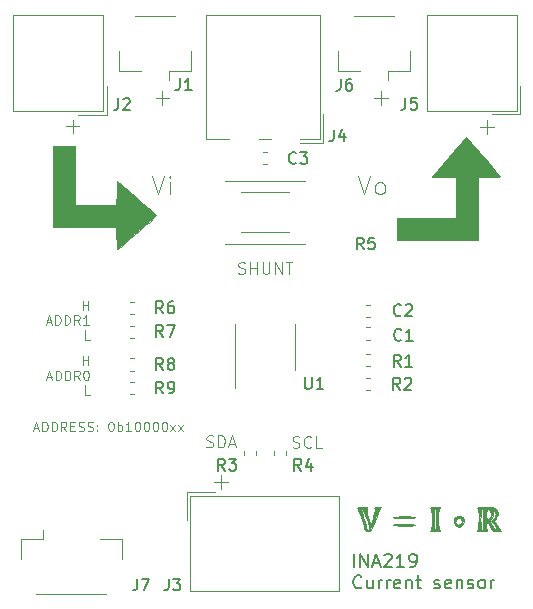
<source format=gbr>
%TF.GenerationSoftware,KiCad,Pcbnew,(5.1.7)-1*%
%TF.CreationDate,2020-12-07T14:23:08+09:00*%
%TF.ProjectId,CurrentMeasure,43757272-656e-4744-9d65-61737572652e,rev?*%
%TF.SameCoordinates,Original*%
%TF.FileFunction,Legend,Top*%
%TF.FilePolarity,Positive*%
%FSLAX46Y46*%
G04 Gerber Fmt 4.6, Leading zero omitted, Abs format (unit mm)*
G04 Created by KiCad (PCBNEW (5.1.7)-1) date 2020-12-07 14:23:08*
%MOMM*%
%LPD*%
G01*
G04 APERTURE LIST*
%ADD10C,0.100000*%
%ADD11C,0.180000*%
%ADD12C,0.050000*%
%ADD13C,0.120000*%
%ADD14C,0.010000*%
%ADD15C,0.150000*%
G04 APERTURE END LIST*
D10*
X551692857Y-54028571D02*
X552192857Y-55528571D01*
X552692857Y-54028571D01*
X553192857Y-55528571D02*
X553192857Y-54528571D01*
X553192857Y-54028571D02*
X553121428Y-54100000D01*
X553192857Y-54171428D01*
X553264285Y-54100000D01*
X553192857Y-54028571D01*
X553192857Y-54171428D01*
X569171428Y-54078571D02*
X569671428Y-55578571D01*
X570171428Y-54078571D01*
X570885714Y-55578571D02*
X570742857Y-55507142D01*
X570671428Y-55435714D01*
X570600000Y-55292857D01*
X570600000Y-54864285D01*
X570671428Y-54721428D01*
X570742857Y-54650000D01*
X570885714Y-54578571D01*
X571100000Y-54578571D01*
X571242857Y-54650000D01*
X571314285Y-54721428D01*
X571385714Y-54864285D01*
X571385714Y-55292857D01*
X571314285Y-55435714D01*
X571242857Y-55507142D01*
X571100000Y-55578571D01*
X570885714Y-55578571D01*
X559011904Y-62279761D02*
X559154761Y-62327380D01*
X559392857Y-62327380D01*
X559488095Y-62279761D01*
X559535714Y-62232142D01*
X559583333Y-62136904D01*
X559583333Y-62041666D01*
X559535714Y-61946428D01*
X559488095Y-61898809D01*
X559392857Y-61851190D01*
X559202380Y-61803571D01*
X559107142Y-61755952D01*
X559059523Y-61708333D01*
X559011904Y-61613095D01*
X559011904Y-61517857D01*
X559059523Y-61422619D01*
X559107142Y-61375000D01*
X559202380Y-61327380D01*
X559440476Y-61327380D01*
X559583333Y-61375000D01*
X560011904Y-62327380D02*
X560011904Y-61327380D01*
X560011904Y-61803571D02*
X560583333Y-61803571D01*
X560583333Y-62327380D02*
X560583333Y-61327380D01*
X561059523Y-61327380D02*
X561059523Y-62136904D01*
X561107142Y-62232142D01*
X561154761Y-62279761D01*
X561250000Y-62327380D01*
X561440476Y-62327380D01*
X561535714Y-62279761D01*
X561583333Y-62232142D01*
X561630952Y-62136904D01*
X561630952Y-61327380D01*
X562107142Y-62327380D02*
X562107142Y-61327380D01*
X562678571Y-62327380D01*
X562678571Y-61327380D01*
X563011904Y-61327380D02*
X563583333Y-61327380D01*
X563297619Y-62327380D02*
X563297619Y-61327380D01*
D11*
X568803904Y-87132619D02*
X568803904Y-86032619D01*
X569327714Y-87132619D02*
X569327714Y-86032619D01*
X569956285Y-87132619D01*
X569956285Y-86032619D01*
X570427714Y-86818333D02*
X570951523Y-86818333D01*
X570322952Y-87132619D02*
X570689619Y-86032619D01*
X571056285Y-87132619D01*
X571370571Y-86137380D02*
X571422952Y-86085000D01*
X571527714Y-86032619D01*
X571789619Y-86032619D01*
X571894380Y-86085000D01*
X571946761Y-86137380D01*
X571999142Y-86242142D01*
X571999142Y-86346904D01*
X571946761Y-86504047D01*
X571318190Y-87132619D01*
X571999142Y-87132619D01*
X573046761Y-87132619D02*
X572418190Y-87132619D01*
X572732476Y-87132619D02*
X572732476Y-86032619D01*
X572627714Y-86189761D01*
X572522952Y-86294523D01*
X572418190Y-86346904D01*
X573570571Y-87132619D02*
X573780095Y-87132619D01*
X573884857Y-87080238D01*
X573937238Y-87027857D01*
X574042000Y-86870714D01*
X574094380Y-86661190D01*
X574094380Y-86242142D01*
X574042000Y-86137380D01*
X573989619Y-86085000D01*
X573884857Y-86032619D01*
X573675333Y-86032619D01*
X573570571Y-86085000D01*
X573518190Y-86137380D01*
X573465809Y-86242142D01*
X573465809Y-86504047D01*
X573518190Y-86608809D01*
X573570571Y-86661190D01*
X573675333Y-86713571D01*
X573884857Y-86713571D01*
X573989619Y-86661190D01*
X574042000Y-86608809D01*
X574094380Y-86504047D01*
X569432476Y-88857857D02*
X569380095Y-88910238D01*
X569222952Y-88962619D01*
X569118190Y-88962619D01*
X568961047Y-88910238D01*
X568856285Y-88805476D01*
X568803904Y-88700714D01*
X568751523Y-88491190D01*
X568751523Y-88334047D01*
X568803904Y-88124523D01*
X568856285Y-88019761D01*
X568961047Y-87915000D01*
X569118190Y-87862619D01*
X569222952Y-87862619D01*
X569380095Y-87915000D01*
X569432476Y-87967380D01*
X570375333Y-88229285D02*
X570375333Y-88962619D01*
X569903904Y-88229285D02*
X569903904Y-88805476D01*
X569956285Y-88910238D01*
X570061047Y-88962619D01*
X570218190Y-88962619D01*
X570322952Y-88910238D01*
X570375333Y-88857857D01*
X570899142Y-88962619D02*
X570899142Y-88229285D01*
X570899142Y-88438809D02*
X570951523Y-88334047D01*
X571003904Y-88281666D01*
X571108666Y-88229285D01*
X571213428Y-88229285D01*
X571580095Y-88962619D02*
X571580095Y-88229285D01*
X571580095Y-88438809D02*
X571632476Y-88334047D01*
X571684857Y-88281666D01*
X571789619Y-88229285D01*
X571894380Y-88229285D01*
X572680095Y-88910238D02*
X572575333Y-88962619D01*
X572365809Y-88962619D01*
X572261047Y-88910238D01*
X572208666Y-88805476D01*
X572208666Y-88386428D01*
X572261047Y-88281666D01*
X572365809Y-88229285D01*
X572575333Y-88229285D01*
X572680095Y-88281666D01*
X572732476Y-88386428D01*
X572732476Y-88491190D01*
X572208666Y-88595952D01*
X573203904Y-88229285D02*
X573203904Y-88962619D01*
X573203904Y-88334047D02*
X573256285Y-88281666D01*
X573361047Y-88229285D01*
X573518190Y-88229285D01*
X573622952Y-88281666D01*
X573675333Y-88386428D01*
X573675333Y-88962619D01*
X574042000Y-88229285D02*
X574461047Y-88229285D01*
X574199142Y-87862619D02*
X574199142Y-88805476D01*
X574251523Y-88910238D01*
X574356285Y-88962619D01*
X574461047Y-88962619D01*
X575613428Y-88910238D02*
X575718190Y-88962619D01*
X575927714Y-88962619D01*
X576032476Y-88910238D01*
X576084857Y-88805476D01*
X576084857Y-88753095D01*
X576032476Y-88648333D01*
X575927714Y-88595952D01*
X575770571Y-88595952D01*
X575665809Y-88543571D01*
X575613428Y-88438809D01*
X575613428Y-88386428D01*
X575665809Y-88281666D01*
X575770571Y-88229285D01*
X575927714Y-88229285D01*
X576032476Y-88281666D01*
X576975333Y-88910238D02*
X576870571Y-88962619D01*
X576661047Y-88962619D01*
X576556285Y-88910238D01*
X576503904Y-88805476D01*
X576503904Y-88386428D01*
X576556285Y-88281666D01*
X576661047Y-88229285D01*
X576870571Y-88229285D01*
X576975333Y-88281666D01*
X577027714Y-88386428D01*
X577027714Y-88491190D01*
X576503904Y-88595952D01*
X577499142Y-88229285D02*
X577499142Y-88962619D01*
X577499142Y-88334047D02*
X577551523Y-88281666D01*
X577656285Y-88229285D01*
X577813428Y-88229285D01*
X577918190Y-88281666D01*
X577970571Y-88386428D01*
X577970571Y-88962619D01*
X578442000Y-88910238D02*
X578546761Y-88962619D01*
X578756285Y-88962619D01*
X578861047Y-88910238D01*
X578913428Y-88805476D01*
X578913428Y-88753095D01*
X578861047Y-88648333D01*
X578756285Y-88595952D01*
X578599142Y-88595952D01*
X578494380Y-88543571D01*
X578442000Y-88438809D01*
X578442000Y-88386428D01*
X578494380Y-88281666D01*
X578599142Y-88229285D01*
X578756285Y-88229285D01*
X578861047Y-88281666D01*
X579542000Y-88962619D02*
X579437238Y-88910238D01*
X579384857Y-88857857D01*
X579332476Y-88753095D01*
X579332476Y-88438809D01*
X579384857Y-88334047D01*
X579437238Y-88281666D01*
X579542000Y-88229285D01*
X579699142Y-88229285D01*
X579803904Y-88281666D01*
X579856285Y-88334047D01*
X579908666Y-88438809D01*
X579908666Y-88753095D01*
X579856285Y-88857857D01*
X579803904Y-88910238D01*
X579699142Y-88962619D01*
X579542000Y-88962619D01*
X580380095Y-88962619D02*
X580380095Y-88229285D01*
X580380095Y-88438809D02*
X580432476Y-88334047D01*
X580484857Y-88281666D01*
X580589619Y-88229285D01*
X580694380Y-88229285D01*
D10*
X556978571Y-79957142D02*
X558121428Y-79957142D01*
X557550000Y-80528571D02*
X557550000Y-79385714D01*
D12*
X541670238Y-75408333D02*
X542051190Y-75408333D01*
X541594047Y-75636904D02*
X541860714Y-74836904D01*
X542127380Y-75636904D01*
X542394047Y-75636904D02*
X542394047Y-74836904D01*
X542584523Y-74836904D01*
X542698809Y-74875000D01*
X542775000Y-74951190D01*
X542813095Y-75027380D01*
X542851190Y-75179761D01*
X542851190Y-75294047D01*
X542813095Y-75446428D01*
X542775000Y-75522619D01*
X542698809Y-75598809D01*
X542584523Y-75636904D01*
X542394047Y-75636904D01*
X543194047Y-75636904D02*
X543194047Y-74836904D01*
X543384523Y-74836904D01*
X543498809Y-74875000D01*
X543575000Y-74951190D01*
X543613095Y-75027380D01*
X543651190Y-75179761D01*
X543651190Y-75294047D01*
X543613095Y-75446428D01*
X543575000Y-75522619D01*
X543498809Y-75598809D01*
X543384523Y-75636904D01*
X543194047Y-75636904D01*
X544451190Y-75636904D02*
X544184523Y-75255952D01*
X543994047Y-75636904D02*
X543994047Y-74836904D01*
X544298809Y-74836904D01*
X544375000Y-74875000D01*
X544413095Y-74913095D01*
X544451190Y-74989285D01*
X544451190Y-75103571D01*
X544413095Y-75179761D01*
X544375000Y-75217857D01*
X544298809Y-75255952D01*
X543994047Y-75255952D01*
X544794047Y-75217857D02*
X545060714Y-75217857D01*
X545175000Y-75636904D02*
X544794047Y-75636904D01*
X544794047Y-74836904D01*
X545175000Y-74836904D01*
X545479761Y-75598809D02*
X545594047Y-75636904D01*
X545784523Y-75636904D01*
X545860714Y-75598809D01*
X545898809Y-75560714D01*
X545936904Y-75484523D01*
X545936904Y-75408333D01*
X545898809Y-75332142D01*
X545860714Y-75294047D01*
X545784523Y-75255952D01*
X545632142Y-75217857D01*
X545555952Y-75179761D01*
X545517857Y-75141666D01*
X545479761Y-75065476D01*
X545479761Y-74989285D01*
X545517857Y-74913095D01*
X545555952Y-74875000D01*
X545632142Y-74836904D01*
X545822619Y-74836904D01*
X545936904Y-74875000D01*
X546241666Y-75598809D02*
X546355952Y-75636904D01*
X546546428Y-75636904D01*
X546622619Y-75598809D01*
X546660714Y-75560714D01*
X546698809Y-75484523D01*
X546698809Y-75408333D01*
X546660714Y-75332142D01*
X546622619Y-75294047D01*
X546546428Y-75255952D01*
X546394047Y-75217857D01*
X546317857Y-75179761D01*
X546279761Y-75141666D01*
X546241666Y-75065476D01*
X546241666Y-74989285D01*
X546279761Y-74913095D01*
X546317857Y-74875000D01*
X546394047Y-74836904D01*
X546584523Y-74836904D01*
X546698809Y-74875000D01*
X547041666Y-75560714D02*
X547079761Y-75598809D01*
X547041666Y-75636904D01*
X547003571Y-75598809D01*
X547041666Y-75560714D01*
X547041666Y-75636904D01*
X547041666Y-75141666D02*
X547079761Y-75179761D01*
X547041666Y-75217857D01*
X547003571Y-75179761D01*
X547041666Y-75141666D01*
X547041666Y-75217857D01*
X548184523Y-74836904D02*
X548260714Y-74836904D01*
X548336904Y-74875000D01*
X548375000Y-74913095D01*
X548413095Y-74989285D01*
X548451190Y-75141666D01*
X548451190Y-75332142D01*
X548413095Y-75484523D01*
X548375000Y-75560714D01*
X548336904Y-75598809D01*
X548260714Y-75636904D01*
X548184523Y-75636904D01*
X548108333Y-75598809D01*
X548070238Y-75560714D01*
X548032142Y-75484523D01*
X547994047Y-75332142D01*
X547994047Y-75141666D01*
X548032142Y-74989285D01*
X548070238Y-74913095D01*
X548108333Y-74875000D01*
X548184523Y-74836904D01*
X548794047Y-75636904D02*
X548794047Y-74836904D01*
X548794047Y-75141666D02*
X548870238Y-75103571D01*
X549022619Y-75103571D01*
X549098809Y-75141666D01*
X549136904Y-75179761D01*
X549175000Y-75255952D01*
X549175000Y-75484523D01*
X549136904Y-75560714D01*
X549098809Y-75598809D01*
X549022619Y-75636904D01*
X548870238Y-75636904D01*
X548794047Y-75598809D01*
X549936904Y-75636904D02*
X549479761Y-75636904D01*
X549708333Y-75636904D02*
X549708333Y-74836904D01*
X549632142Y-74951190D01*
X549555952Y-75027380D01*
X549479761Y-75065476D01*
X550432142Y-74836904D02*
X550508333Y-74836904D01*
X550584523Y-74875000D01*
X550622619Y-74913095D01*
X550660714Y-74989285D01*
X550698809Y-75141666D01*
X550698809Y-75332142D01*
X550660714Y-75484523D01*
X550622619Y-75560714D01*
X550584523Y-75598809D01*
X550508333Y-75636904D01*
X550432142Y-75636904D01*
X550355952Y-75598809D01*
X550317857Y-75560714D01*
X550279761Y-75484523D01*
X550241666Y-75332142D01*
X550241666Y-75141666D01*
X550279761Y-74989285D01*
X550317857Y-74913095D01*
X550355952Y-74875000D01*
X550432142Y-74836904D01*
X551194047Y-74836904D02*
X551270238Y-74836904D01*
X551346428Y-74875000D01*
X551384523Y-74913095D01*
X551422619Y-74989285D01*
X551460714Y-75141666D01*
X551460714Y-75332142D01*
X551422619Y-75484523D01*
X551384523Y-75560714D01*
X551346428Y-75598809D01*
X551270238Y-75636904D01*
X551194047Y-75636904D01*
X551117857Y-75598809D01*
X551079761Y-75560714D01*
X551041666Y-75484523D01*
X551003571Y-75332142D01*
X551003571Y-75141666D01*
X551041666Y-74989285D01*
X551079761Y-74913095D01*
X551117857Y-74875000D01*
X551194047Y-74836904D01*
X551955952Y-74836904D02*
X552032142Y-74836904D01*
X552108333Y-74875000D01*
X552146428Y-74913095D01*
X552184523Y-74989285D01*
X552222619Y-75141666D01*
X552222619Y-75332142D01*
X552184523Y-75484523D01*
X552146428Y-75560714D01*
X552108333Y-75598809D01*
X552032142Y-75636904D01*
X551955952Y-75636904D01*
X551879761Y-75598809D01*
X551841666Y-75560714D01*
X551803571Y-75484523D01*
X551765476Y-75332142D01*
X551765476Y-75141666D01*
X551803571Y-74989285D01*
X551841666Y-74913095D01*
X551879761Y-74875000D01*
X551955952Y-74836904D01*
X552717857Y-74836904D02*
X552794047Y-74836904D01*
X552870238Y-74875000D01*
X552908333Y-74913095D01*
X552946428Y-74989285D01*
X552984523Y-75141666D01*
X552984523Y-75332142D01*
X552946428Y-75484523D01*
X552908333Y-75560714D01*
X552870238Y-75598809D01*
X552794047Y-75636904D01*
X552717857Y-75636904D01*
X552641666Y-75598809D01*
X552603571Y-75560714D01*
X552565476Y-75484523D01*
X552527380Y-75332142D01*
X552527380Y-75141666D01*
X552565476Y-74989285D01*
X552603571Y-74913095D01*
X552641666Y-74875000D01*
X552717857Y-74836904D01*
X553251190Y-75636904D02*
X553670238Y-75103571D01*
X553251190Y-75103571D02*
X553670238Y-75636904D01*
X553898809Y-75636904D02*
X554317857Y-75103571D01*
X553898809Y-75103571D02*
X554317857Y-75636904D01*
X545859880Y-70061904D02*
X545859880Y-69261904D01*
X545859880Y-69642857D02*
X546317023Y-69642857D01*
X546317023Y-70061904D02*
X546317023Y-69261904D01*
X542812261Y-71083333D02*
X543193214Y-71083333D01*
X542736071Y-71311904D02*
X543002738Y-70511904D01*
X543269404Y-71311904D01*
X543536071Y-71311904D02*
X543536071Y-70511904D01*
X543726547Y-70511904D01*
X543840833Y-70550000D01*
X543917023Y-70626190D01*
X543955119Y-70702380D01*
X543993214Y-70854761D01*
X543993214Y-70969047D01*
X543955119Y-71121428D01*
X543917023Y-71197619D01*
X543840833Y-71273809D01*
X543726547Y-71311904D01*
X543536071Y-71311904D01*
X544336071Y-71311904D02*
X544336071Y-70511904D01*
X544526547Y-70511904D01*
X544640833Y-70550000D01*
X544717023Y-70626190D01*
X544755119Y-70702380D01*
X544793214Y-70854761D01*
X544793214Y-70969047D01*
X544755119Y-71121428D01*
X544717023Y-71197619D01*
X544640833Y-71273809D01*
X544526547Y-71311904D01*
X544336071Y-71311904D01*
X545593214Y-71311904D02*
X545326547Y-70930952D01*
X545136071Y-71311904D02*
X545136071Y-70511904D01*
X545440833Y-70511904D01*
X545517023Y-70550000D01*
X545555119Y-70588095D01*
X545593214Y-70664285D01*
X545593214Y-70778571D01*
X545555119Y-70854761D01*
X545517023Y-70892857D01*
X545440833Y-70930952D01*
X545136071Y-70930952D01*
X546088452Y-70511904D02*
X546164642Y-70511904D01*
X546240833Y-70550000D01*
X546278928Y-70588095D01*
X546317023Y-70664285D01*
X546355119Y-70816666D01*
X546355119Y-71007142D01*
X546317023Y-71159523D01*
X546278928Y-71235714D01*
X546240833Y-71273809D01*
X546164642Y-71311904D01*
X546088452Y-71311904D01*
X546012261Y-71273809D01*
X545974166Y-71235714D01*
X545936071Y-71159523D01*
X545897976Y-71007142D01*
X545897976Y-70816666D01*
X545936071Y-70664285D01*
X545974166Y-70588095D01*
X546012261Y-70550000D01*
X546088452Y-70511904D01*
X546431309Y-72561904D02*
X546050357Y-72561904D01*
X546050357Y-71761904D01*
X545839880Y-65381904D02*
X545839880Y-64581904D01*
X545839880Y-64962857D02*
X546297023Y-64962857D01*
X546297023Y-65381904D02*
X546297023Y-64581904D01*
X542792261Y-66403333D02*
X543173214Y-66403333D01*
X542716071Y-66631904D02*
X542982738Y-65831904D01*
X543249404Y-66631904D01*
X543516071Y-66631904D02*
X543516071Y-65831904D01*
X543706547Y-65831904D01*
X543820833Y-65870000D01*
X543897023Y-65946190D01*
X543935119Y-66022380D01*
X543973214Y-66174761D01*
X543973214Y-66289047D01*
X543935119Y-66441428D01*
X543897023Y-66517619D01*
X543820833Y-66593809D01*
X543706547Y-66631904D01*
X543516071Y-66631904D01*
X544316071Y-66631904D02*
X544316071Y-65831904D01*
X544506547Y-65831904D01*
X544620833Y-65870000D01*
X544697023Y-65946190D01*
X544735119Y-66022380D01*
X544773214Y-66174761D01*
X544773214Y-66289047D01*
X544735119Y-66441428D01*
X544697023Y-66517619D01*
X544620833Y-66593809D01*
X544506547Y-66631904D01*
X544316071Y-66631904D01*
X545573214Y-66631904D02*
X545306547Y-66250952D01*
X545116071Y-66631904D02*
X545116071Y-65831904D01*
X545420833Y-65831904D01*
X545497023Y-65870000D01*
X545535119Y-65908095D01*
X545573214Y-65984285D01*
X545573214Y-66098571D01*
X545535119Y-66174761D01*
X545497023Y-66212857D01*
X545420833Y-66250952D01*
X545116071Y-66250952D01*
X546335119Y-66631904D02*
X545877976Y-66631904D01*
X546106547Y-66631904D02*
X546106547Y-65831904D01*
X546030357Y-65946190D01*
X545954166Y-66022380D01*
X545877976Y-66060476D01*
X546411309Y-67881904D02*
X546030357Y-67881904D01*
X546030357Y-67081904D01*
D10*
X556310714Y-76954761D02*
X556453571Y-77002380D01*
X556691666Y-77002380D01*
X556786904Y-76954761D01*
X556834523Y-76907142D01*
X556882142Y-76811904D01*
X556882142Y-76716666D01*
X556834523Y-76621428D01*
X556786904Y-76573809D01*
X556691666Y-76526190D01*
X556501190Y-76478571D01*
X556405952Y-76430952D01*
X556358333Y-76383333D01*
X556310714Y-76288095D01*
X556310714Y-76192857D01*
X556358333Y-76097619D01*
X556405952Y-76050000D01*
X556501190Y-76002380D01*
X556739285Y-76002380D01*
X556882142Y-76050000D01*
X557310714Y-77002380D02*
X557310714Y-76002380D01*
X557548809Y-76002380D01*
X557691666Y-76050000D01*
X557786904Y-76145238D01*
X557834523Y-76240476D01*
X557882142Y-76430952D01*
X557882142Y-76573809D01*
X557834523Y-76764285D01*
X557786904Y-76859523D01*
X557691666Y-76954761D01*
X557548809Y-77002380D01*
X557310714Y-77002380D01*
X558263095Y-76716666D02*
X558739285Y-76716666D01*
X558167857Y-77002380D02*
X558501190Y-76002380D01*
X558834523Y-77002380D01*
X563609523Y-77004761D02*
X563752380Y-77052380D01*
X563990476Y-77052380D01*
X564085714Y-77004761D01*
X564133333Y-76957142D01*
X564180952Y-76861904D01*
X564180952Y-76766666D01*
X564133333Y-76671428D01*
X564085714Y-76623809D01*
X563990476Y-76576190D01*
X563800000Y-76528571D01*
X563704761Y-76480952D01*
X563657142Y-76433333D01*
X563609523Y-76338095D01*
X563609523Y-76242857D01*
X563657142Y-76147619D01*
X563704761Y-76100000D01*
X563800000Y-76052380D01*
X564038095Y-76052380D01*
X564180952Y-76100000D01*
X565180952Y-76957142D02*
X565133333Y-77004761D01*
X564990476Y-77052380D01*
X564895238Y-77052380D01*
X564752380Y-77004761D01*
X564657142Y-76909523D01*
X564609523Y-76814285D01*
X564561904Y-76623809D01*
X564561904Y-76480952D01*
X564609523Y-76290476D01*
X564657142Y-76195238D01*
X564752380Y-76100000D01*
X564895238Y-76052380D01*
X564990476Y-76052380D01*
X565133333Y-76100000D01*
X565180952Y-76147619D01*
X566085714Y-77052380D02*
X565609523Y-77052380D01*
X565609523Y-76052380D01*
X570528571Y-47432142D02*
X571671428Y-47432142D01*
X571100000Y-48003571D02*
X571100000Y-46860714D01*
X579478571Y-49882142D02*
X580621428Y-49882142D01*
X580050000Y-50453571D02*
X580050000Y-49310714D01*
X544403571Y-49832142D02*
X545546428Y-49832142D01*
X544975000Y-50403571D02*
X544975000Y-49260714D01*
X552003571Y-47432142D02*
X553146428Y-47432142D01*
X552575000Y-48003571D02*
X552575000Y-46860714D01*
D13*
%TO.C,J3*%
X554640000Y-80790000D02*
X557050000Y-80790000D01*
X554640000Y-83200000D02*
X554640000Y-80790000D01*
X567560000Y-81090000D02*
X554940000Y-81090000D01*
X567560000Y-89210000D02*
X567560000Y-81090000D01*
X554940000Y-89210000D02*
X567560000Y-89210000D01*
X554940000Y-81090000D02*
X554940000Y-89210000D01*
%TO.C,J1*%
X554985000Y-43460000D02*
X554985000Y-45110000D01*
X554985000Y-45110000D02*
X553135000Y-45110000D01*
X553135000Y-45110000D02*
X553135000Y-45900000D01*
X548915000Y-43460000D02*
X548915000Y-45110000D01*
X548915000Y-45110000D02*
X550765000Y-45110000D01*
X553665000Y-40490000D02*
X550235000Y-40490000D01*
%TO.C,J6*%
X573535000Y-43460000D02*
X573535000Y-45110000D01*
X573535000Y-45110000D02*
X571685000Y-45110000D01*
X571685000Y-45110000D02*
X571685000Y-45900000D01*
X567465000Y-43460000D02*
X567465000Y-45110000D01*
X567465000Y-45110000D02*
X569315000Y-45110000D01*
X572215000Y-40490000D02*
X568785000Y-40490000D01*
%TO.C,J7*%
X540595000Y-86440000D02*
X540595000Y-84790000D01*
X540595000Y-84790000D02*
X542445000Y-84790000D01*
X542445000Y-84790000D02*
X542445000Y-84000000D01*
X549165000Y-86440000D02*
X549165000Y-84790000D01*
X549165000Y-84790000D02*
X547315000Y-84790000D01*
X541915000Y-89410000D02*
X547845000Y-89410000D01*
%TO.C,J4*%
X564260000Y-50910000D02*
X565910000Y-50910000D01*
X565910000Y-50910000D02*
X565910000Y-40390000D01*
X565910000Y-40390000D02*
X556290000Y-40390000D01*
X556290000Y-40390000D02*
X556290000Y-50910000D01*
X556290000Y-50910000D02*
X558240000Y-50910000D01*
X561740000Y-50910000D02*
X560760000Y-50910000D01*
X566210000Y-48800000D02*
X566210000Y-51210000D01*
X566210000Y-51210000D02*
X564260000Y-51210000D01*
%TO.C,C3*%
X561078733Y-53060000D02*
X561421267Y-53060000D01*
X561078733Y-52040000D02*
X561421267Y-52040000D01*
D14*
%TO.C,G\u002A\u002A\u002A*%
G36*
X573448348Y-82864116D02*
G01*
X573747248Y-82882854D01*
X573919718Y-82912046D01*
X573955000Y-82936875D01*
X573878912Y-82972193D01*
X573663428Y-82998184D01*
X573327718Y-83013182D01*
X573042187Y-83016250D01*
X572636026Y-83009633D01*
X572337126Y-82990895D01*
X572164656Y-82961703D01*
X572129375Y-82936875D01*
X572205462Y-82901556D01*
X572420946Y-82875565D01*
X572756656Y-82860567D01*
X573042187Y-82857500D01*
X573448348Y-82864116D01*
G37*
X573448348Y-82864116D02*
X573747248Y-82882854D01*
X573919718Y-82912046D01*
X573955000Y-82936875D01*
X573878912Y-82972193D01*
X573663428Y-82998184D01*
X573327718Y-83013182D01*
X573042187Y-83016250D01*
X572636026Y-83009633D01*
X572337126Y-82990895D01*
X572164656Y-82961703D01*
X572129375Y-82936875D01*
X572205462Y-82901556D01*
X572420946Y-82875565D01*
X572756656Y-82860567D01*
X573042187Y-82857500D01*
X573448348Y-82864116D01*
G36*
X573448348Y-83499116D02*
G01*
X573747248Y-83517854D01*
X573919718Y-83547046D01*
X573955000Y-83571875D01*
X573878912Y-83607193D01*
X573663428Y-83633184D01*
X573327718Y-83648182D01*
X573042187Y-83651250D01*
X572636026Y-83644633D01*
X572337126Y-83625895D01*
X572164656Y-83596703D01*
X572129375Y-83571875D01*
X572205462Y-83536556D01*
X572420946Y-83510565D01*
X572756656Y-83495567D01*
X573042187Y-83492500D01*
X573448348Y-83499116D01*
G37*
X573448348Y-83499116D02*
X573747248Y-83517854D01*
X573919718Y-83547046D01*
X573955000Y-83571875D01*
X573878912Y-83607193D01*
X573663428Y-83633184D01*
X573327718Y-83648182D01*
X573042187Y-83651250D01*
X572636026Y-83644633D01*
X572337126Y-83625895D01*
X572164656Y-83596703D01*
X572129375Y-83571875D01*
X572205462Y-83536556D01*
X572420946Y-83510565D01*
X572756656Y-83495567D01*
X573042187Y-83492500D01*
X573448348Y-83499116D01*
G36*
X577811577Y-82801397D02*
G01*
X577997799Y-82929938D01*
X578100454Y-83154895D01*
X578108958Y-83254375D01*
X578047039Y-83501630D01*
X577889741Y-83667448D01*
X577679750Y-83733432D01*
X577459751Y-83681184D01*
X577340739Y-83585468D01*
X577226643Y-83359520D01*
X577227581Y-83323119D01*
X577386567Y-83323119D01*
X577450664Y-83456625D01*
X577613814Y-83564473D01*
X577785084Y-83514653D01*
X577828500Y-83476625D01*
X577918048Y-83290970D01*
X577871164Y-83093882D01*
X577798034Y-83010728D01*
X577640116Y-82954199D01*
X577497662Y-83014681D01*
X577402528Y-83151284D01*
X577386567Y-83323119D01*
X577227581Y-83323119D01*
X577233044Y-83111304D01*
X577354531Y-82909489D01*
X577583313Y-82788253D01*
X577811577Y-82801397D01*
G37*
X577811577Y-82801397D02*
X577997799Y-82929938D01*
X578100454Y-83154895D01*
X578108958Y-83254375D01*
X578047039Y-83501630D01*
X577889741Y-83667448D01*
X577679750Y-83733432D01*
X577459751Y-83681184D01*
X577340739Y-83585468D01*
X577226643Y-83359520D01*
X577227581Y-83323119D01*
X577386567Y-83323119D01*
X577450664Y-83456625D01*
X577613814Y-83564473D01*
X577785084Y-83514653D01*
X577828500Y-83476625D01*
X577918048Y-83290970D01*
X577871164Y-83093882D01*
X577798034Y-83010728D01*
X577640116Y-82954199D01*
X577497662Y-83014681D01*
X577402528Y-83151284D01*
X577386567Y-83323119D01*
X577227581Y-83323119D01*
X577233044Y-83111304D01*
X577354531Y-82909489D01*
X577583313Y-82788253D01*
X577811577Y-82801397D01*
G36*
X580248301Y-82067255D02*
G01*
X580481181Y-82083243D01*
X580633628Y-82119922D01*
X580744769Y-82185503D01*
X580824545Y-82258579D01*
X580983929Y-82481352D01*
X580996560Y-82702752D01*
X580862229Y-82950471D01*
X580818888Y-83004209D01*
X580707750Y-83163373D01*
X580675568Y-83269191D01*
X580685288Y-83283811D01*
X580760523Y-83369244D01*
X580886590Y-83547994D01*
X581001558Y-83726324D01*
X581250942Y-84127500D01*
X580904610Y-84127500D01*
X580715516Y-84120554D01*
X580587705Y-84079002D01*
X580479519Y-83971772D01*
X580349301Y-83767791D01*
X580292733Y-83671093D01*
X580028409Y-83216787D01*
X580294296Y-83216787D01*
X580340000Y-83350761D01*
X580454143Y-83574245D01*
X580612330Y-83824372D01*
X580753361Y-83954585D01*
X580802923Y-83968082D01*
X580892516Y-83957727D01*
X580892880Y-83897479D01*
X580808113Y-83750468D01*
X580659443Y-83534046D01*
X580525215Y-83364855D01*
X580430564Y-83242030D01*
X580447001Y-83162396D01*
X580579556Y-83065369D01*
X580727129Y-82898489D01*
X580785943Y-82683550D01*
X580762046Y-82467822D01*
X580661487Y-82298575D01*
X580490318Y-82223080D01*
X580471687Y-82222499D01*
X580396869Y-82244749D01*
X580447875Y-82317750D01*
X580529918Y-82495772D01*
X580533350Y-82733588D01*
X580463643Y-82956338D01*
X580394612Y-83046673D01*
X580314233Y-83130783D01*
X580294296Y-83216787D01*
X580028409Y-83216787D01*
X580027187Y-83214687D01*
X580002493Y-83557897D01*
X580007729Y-83796763D01*
X580050709Y-83978847D01*
X580071743Y-84014303D01*
X580100926Y-84075972D01*
X580042207Y-84110519D01*
X579869495Y-84125185D01*
X579663844Y-84127500D01*
X579392149Y-84121084D01*
X579257588Y-84098522D01*
X579238937Y-84054843D01*
X579257250Y-84032250D01*
X579307280Y-83895825D01*
X579339201Y-83609384D01*
X579352222Y-83180713D01*
X579352500Y-83095625D01*
X579511250Y-83095625D01*
X579514650Y-83486447D01*
X579527140Y-83743781D01*
X579552151Y-83892788D01*
X579593113Y-83958630D01*
X579630312Y-83968750D01*
X579683606Y-83943810D01*
X579718697Y-83852216D01*
X579739016Y-83668806D01*
X579747995Y-83368420D01*
X579749375Y-83095625D01*
X579745974Y-82704802D01*
X579743754Y-82659062D01*
X579987500Y-82659062D01*
X580008857Y-82948862D01*
X580074849Y-83088760D01*
X580188353Y-83082010D01*
X580289125Y-83000375D01*
X580379247Y-82824195D01*
X580384956Y-82605350D01*
X580319983Y-82397664D01*
X580198058Y-82254959D01*
X580090687Y-82222500D01*
X580024819Y-82283924D01*
X579992380Y-82478099D01*
X579987500Y-82659062D01*
X579743754Y-82659062D01*
X579733484Y-82447468D01*
X579708473Y-82298461D01*
X579667511Y-82232619D01*
X579630312Y-82222500D01*
X579577018Y-82247439D01*
X579541927Y-82339033D01*
X579521608Y-82522443D01*
X579512629Y-82822829D01*
X579511250Y-83095625D01*
X579352500Y-83095625D01*
X579342719Y-82643910D01*
X579313906Y-82333122D01*
X579266851Y-82171048D01*
X579257250Y-82159000D01*
X579245264Y-82113126D01*
X579332672Y-82083904D01*
X579539007Y-82068417D01*
X579883807Y-82063753D01*
X579895857Y-82063750D01*
X580248301Y-82067255D01*
G37*
X580248301Y-82067255D02*
X580481181Y-82083243D01*
X580633628Y-82119922D01*
X580744769Y-82185503D01*
X580824545Y-82258579D01*
X580983929Y-82481352D01*
X580996560Y-82702752D01*
X580862229Y-82950471D01*
X580818888Y-83004209D01*
X580707750Y-83163373D01*
X580675568Y-83269191D01*
X580685288Y-83283811D01*
X580760523Y-83369244D01*
X580886590Y-83547994D01*
X581001558Y-83726324D01*
X581250942Y-84127500D01*
X580904610Y-84127500D01*
X580715516Y-84120554D01*
X580587705Y-84079002D01*
X580479519Y-83971772D01*
X580349301Y-83767791D01*
X580292733Y-83671093D01*
X580028409Y-83216787D01*
X580294296Y-83216787D01*
X580340000Y-83350761D01*
X580454143Y-83574245D01*
X580612330Y-83824372D01*
X580753361Y-83954585D01*
X580802923Y-83968082D01*
X580892516Y-83957727D01*
X580892880Y-83897479D01*
X580808113Y-83750468D01*
X580659443Y-83534046D01*
X580525215Y-83364855D01*
X580430564Y-83242030D01*
X580447001Y-83162396D01*
X580579556Y-83065369D01*
X580727129Y-82898489D01*
X580785943Y-82683550D01*
X580762046Y-82467822D01*
X580661487Y-82298575D01*
X580490318Y-82223080D01*
X580471687Y-82222499D01*
X580396869Y-82244749D01*
X580447875Y-82317750D01*
X580529918Y-82495772D01*
X580533350Y-82733588D01*
X580463643Y-82956338D01*
X580394612Y-83046673D01*
X580314233Y-83130783D01*
X580294296Y-83216787D01*
X580028409Y-83216787D01*
X580027187Y-83214687D01*
X580002493Y-83557897D01*
X580007729Y-83796763D01*
X580050709Y-83978847D01*
X580071743Y-84014303D01*
X580100926Y-84075972D01*
X580042207Y-84110519D01*
X579869495Y-84125185D01*
X579663844Y-84127500D01*
X579392149Y-84121084D01*
X579257588Y-84098522D01*
X579238937Y-84054843D01*
X579257250Y-84032250D01*
X579307280Y-83895825D01*
X579339201Y-83609384D01*
X579352222Y-83180713D01*
X579352500Y-83095625D01*
X579511250Y-83095625D01*
X579514650Y-83486447D01*
X579527140Y-83743781D01*
X579552151Y-83892788D01*
X579593113Y-83958630D01*
X579630312Y-83968750D01*
X579683606Y-83943810D01*
X579718697Y-83852216D01*
X579739016Y-83668806D01*
X579747995Y-83368420D01*
X579749375Y-83095625D01*
X579745974Y-82704802D01*
X579743754Y-82659062D01*
X579987500Y-82659062D01*
X580008857Y-82948862D01*
X580074849Y-83088760D01*
X580188353Y-83082010D01*
X580289125Y-83000375D01*
X580379247Y-82824195D01*
X580384956Y-82605350D01*
X580319983Y-82397664D01*
X580198058Y-82254959D01*
X580090687Y-82222500D01*
X580024819Y-82283924D01*
X579992380Y-82478099D01*
X579987500Y-82659062D01*
X579743754Y-82659062D01*
X579733484Y-82447468D01*
X579708473Y-82298461D01*
X579667511Y-82232619D01*
X579630312Y-82222500D01*
X579577018Y-82247439D01*
X579541927Y-82339033D01*
X579521608Y-82522443D01*
X579512629Y-82822829D01*
X579511250Y-83095625D01*
X579352500Y-83095625D01*
X579342719Y-82643910D01*
X579313906Y-82333122D01*
X579266851Y-82171048D01*
X579257250Y-82159000D01*
X579245264Y-82113126D01*
X579332672Y-82083904D01*
X579539007Y-82068417D01*
X579883807Y-82063753D01*
X579895857Y-82063750D01*
X580248301Y-82067255D01*
G36*
X575975505Y-82073380D02*
G01*
X576103228Y-82094124D01*
X576104258Y-82131939D01*
X576078281Y-82149482D01*
X576015918Y-82206720D01*
X575975189Y-82311172D01*
X575951763Y-82492338D01*
X575941310Y-82779718D01*
X575939375Y-83095625D01*
X575942732Y-83486032D01*
X575955693Y-83747278D01*
X575982587Y-83908860D01*
X576027746Y-84000280D01*
X576078281Y-84041767D01*
X576117056Y-84086255D01*
X576034584Y-84112456D01*
X575814992Y-84123914D01*
X575705218Y-84125086D01*
X575429826Y-84120125D01*
X575291609Y-84098793D01*
X575269420Y-84056378D01*
X575288500Y-84032250D01*
X575333797Y-83907943D01*
X575365150Y-83667686D01*
X575382560Y-83353665D01*
X575385147Y-83095625D01*
X575542500Y-83095625D01*
X575545900Y-83486447D01*
X575558390Y-83743781D01*
X575583401Y-83892788D01*
X575624363Y-83958630D01*
X575661562Y-83968750D01*
X575714856Y-83943810D01*
X575749947Y-83852216D01*
X575770266Y-83668806D01*
X575779245Y-83368420D01*
X575780625Y-83095625D01*
X575777224Y-82704802D01*
X575764734Y-82447468D01*
X575739723Y-82298461D01*
X575698761Y-82232619D01*
X575661562Y-82222500D01*
X575608268Y-82247439D01*
X575573177Y-82339033D01*
X575552858Y-82522443D01*
X575543879Y-82822829D01*
X575542500Y-83095625D01*
X575385147Y-83095625D01*
X575386026Y-83008065D01*
X575375548Y-82673073D01*
X575351126Y-82390875D01*
X575312760Y-82203657D01*
X575288500Y-82159000D01*
X575269895Y-82106753D01*
X575358794Y-82077489D01*
X575576342Y-82066495D01*
X575705218Y-82066163D01*
X575975505Y-82073380D01*
G37*
X575975505Y-82073380D02*
X576103228Y-82094124D01*
X576104258Y-82131939D01*
X576078281Y-82149482D01*
X576015918Y-82206720D01*
X575975189Y-82311172D01*
X575951763Y-82492338D01*
X575941310Y-82779718D01*
X575939375Y-83095625D01*
X575942732Y-83486032D01*
X575955693Y-83747278D01*
X575982587Y-83908860D01*
X576027746Y-84000280D01*
X576078281Y-84041767D01*
X576117056Y-84086255D01*
X576034584Y-84112456D01*
X575814992Y-84123914D01*
X575705218Y-84125086D01*
X575429826Y-84120125D01*
X575291609Y-84098793D01*
X575269420Y-84056378D01*
X575288500Y-84032250D01*
X575333797Y-83907943D01*
X575365150Y-83667686D01*
X575382560Y-83353665D01*
X575385147Y-83095625D01*
X575542500Y-83095625D01*
X575545900Y-83486447D01*
X575558390Y-83743781D01*
X575583401Y-83892788D01*
X575624363Y-83958630D01*
X575661562Y-83968750D01*
X575714856Y-83943810D01*
X575749947Y-83852216D01*
X575770266Y-83668806D01*
X575779245Y-83368420D01*
X575780625Y-83095625D01*
X575777224Y-82704802D01*
X575764734Y-82447468D01*
X575739723Y-82298461D01*
X575698761Y-82232619D01*
X575661562Y-82222500D01*
X575608268Y-82247439D01*
X575573177Y-82339033D01*
X575552858Y-82522443D01*
X575543879Y-82822829D01*
X575542500Y-83095625D01*
X575385147Y-83095625D01*
X575386026Y-83008065D01*
X575375548Y-82673073D01*
X575351126Y-82390875D01*
X575312760Y-82203657D01*
X575288500Y-82159000D01*
X575269895Y-82106753D01*
X575358794Y-82077489D01*
X575576342Y-82066495D01*
X575705218Y-82066163D01*
X575975505Y-82073380D01*
G36*
X569782050Y-82068805D02*
G01*
X569913963Y-82089060D01*
X569939947Y-82132152D01*
X569911038Y-82177795D01*
X569870990Y-82272563D01*
X569875756Y-82430839D01*
X569928806Y-82685161D01*
X569989323Y-82912014D01*
X570072458Y-83202875D01*
X570140622Y-83427994D01*
X570182130Y-83549196D01*
X570187516Y-83559460D01*
X570220797Y-83502146D01*
X570288181Y-83325748D01*
X570377537Y-83063049D01*
X570418754Y-82934692D01*
X570520261Y-82589624D01*
X570566236Y-82362898D01*
X570561016Y-82225829D01*
X570533897Y-82173200D01*
X570503220Y-82105611D01*
X570577214Y-82074701D01*
X570782183Y-82069878D01*
X570790124Y-82070016D01*
X570976105Y-82081204D01*
X571053974Y-82102481D01*
X571041662Y-82115087D01*
X570991746Y-82162893D01*
X570923693Y-82281948D01*
X570830738Y-82488234D01*
X570706116Y-82797732D01*
X570543060Y-83226425D01*
X570349393Y-83750468D01*
X570255147Y-83977197D01*
X570164554Y-84089376D01*
X570039504Y-84125611D01*
X569977193Y-84127500D01*
X569799514Y-84097454D01*
X569709183Y-84028281D01*
X569674289Y-83912655D01*
X569608142Y-83682613D01*
X569521768Y-83376756D01*
X569465405Y-83175000D01*
X569363106Y-82829941D01*
X569261817Y-82526565D01*
X569181131Y-82320069D01*
X569428634Y-82320069D01*
X569454180Y-82477538D01*
X569522843Y-82744387D01*
X569604975Y-83031740D01*
X569705901Y-83372122D01*
X569792932Y-83655018D01*
X569855320Y-83846122D01*
X569879854Y-83909218D01*
X569973344Y-83969528D01*
X570051062Y-83905182D01*
X570064404Y-83829843D01*
X570037611Y-83636738D01*
X569969039Y-83367287D01*
X569872659Y-83060437D01*
X569762439Y-82755137D01*
X569652349Y-82490334D01*
X569556358Y-82304975D01*
X569493549Y-82238264D01*
X569442869Y-82248229D01*
X569428634Y-82320069D01*
X569181131Y-82320069D01*
X569176776Y-82308925D01*
X569142838Y-82242343D01*
X569087392Y-82144392D01*
X569097482Y-82091000D01*
X569201506Y-82068646D01*
X569427861Y-82063807D01*
X569517889Y-82063749D01*
X569782050Y-82068805D01*
G37*
X569782050Y-82068805D02*
X569913963Y-82089060D01*
X569939947Y-82132152D01*
X569911038Y-82177795D01*
X569870990Y-82272563D01*
X569875756Y-82430839D01*
X569928806Y-82685161D01*
X569989323Y-82912014D01*
X570072458Y-83202875D01*
X570140622Y-83427994D01*
X570182130Y-83549196D01*
X570187516Y-83559460D01*
X570220797Y-83502146D01*
X570288181Y-83325748D01*
X570377537Y-83063049D01*
X570418754Y-82934692D01*
X570520261Y-82589624D01*
X570566236Y-82362898D01*
X570561016Y-82225829D01*
X570533897Y-82173200D01*
X570503220Y-82105611D01*
X570577214Y-82074701D01*
X570782183Y-82069878D01*
X570790124Y-82070016D01*
X570976105Y-82081204D01*
X571053974Y-82102481D01*
X571041662Y-82115087D01*
X570991746Y-82162893D01*
X570923693Y-82281948D01*
X570830738Y-82488234D01*
X570706116Y-82797732D01*
X570543060Y-83226425D01*
X570349393Y-83750468D01*
X570255147Y-83977197D01*
X570164554Y-84089376D01*
X570039504Y-84125611D01*
X569977193Y-84127500D01*
X569799514Y-84097454D01*
X569709183Y-84028281D01*
X569674289Y-83912655D01*
X569608142Y-83682613D01*
X569521768Y-83376756D01*
X569465405Y-83175000D01*
X569363106Y-82829941D01*
X569261817Y-82526565D01*
X569181131Y-82320069D01*
X569428634Y-82320069D01*
X569454180Y-82477538D01*
X569522843Y-82744387D01*
X569604975Y-83031740D01*
X569705901Y-83372122D01*
X569792932Y-83655018D01*
X569855320Y-83846122D01*
X569879854Y-83909218D01*
X569973344Y-83969528D01*
X570051062Y-83905182D01*
X570064404Y-83829843D01*
X570037611Y-83636738D01*
X569969039Y-83367287D01*
X569872659Y-83060437D01*
X569762439Y-82755137D01*
X569652349Y-82490334D01*
X569556358Y-82304975D01*
X569493549Y-82238264D01*
X569442869Y-82248229D01*
X569428634Y-82320069D01*
X569181131Y-82320069D01*
X569176776Y-82308925D01*
X569142838Y-82242343D01*
X569087392Y-82144392D01*
X569097482Y-82091000D01*
X569201506Y-82068646D01*
X569427861Y-82063807D01*
X569517889Y-82063749D01*
X569782050Y-82068805D01*
G36*
X578371986Y-50835524D02*
G01*
X578554391Y-51029998D01*
X578819163Y-51323294D01*
X579143440Y-51689042D01*
X579504360Y-52100873D01*
X579879062Y-52532418D01*
X580244684Y-52957309D01*
X580578364Y-53349175D01*
X580857240Y-53681648D01*
X581058451Y-53928358D01*
X581159135Y-54062937D01*
X581166406Y-54078388D01*
X581074378Y-54101775D01*
X580827020Y-54120127D01*
X580467425Y-54130957D01*
X580223828Y-54132812D01*
X579281250Y-54132812D01*
X579281250Y-59490625D01*
X572435156Y-59490625D01*
X572435156Y-57605468D01*
X577396094Y-57605468D01*
X577396094Y-54139754D01*
X576403146Y-54111478D01*
X575410198Y-54083203D01*
X576824826Y-52428154D01*
X577239512Y-51945513D01*
X577611227Y-51517688D01*
X577920702Y-51166461D01*
X578148673Y-50913614D01*
X578275871Y-50780929D01*
X578294810Y-50766240D01*
X578371986Y-50835524D01*
G37*
X578371986Y-50835524D02*
X578554391Y-51029998D01*
X578819163Y-51323294D01*
X579143440Y-51689042D01*
X579504360Y-52100873D01*
X579879062Y-52532418D01*
X580244684Y-52957309D01*
X580578364Y-53349175D01*
X580857240Y-53681648D01*
X581058451Y-53928358D01*
X581159135Y-54062937D01*
X581166406Y-54078388D01*
X581074378Y-54101775D01*
X580827020Y-54120127D01*
X580467425Y-54130957D01*
X580223828Y-54132812D01*
X579281250Y-54132812D01*
X579281250Y-59490625D01*
X572435156Y-59490625D01*
X572435156Y-57605468D01*
X577396094Y-57605468D01*
X577396094Y-54139754D01*
X576403146Y-54111478D01*
X575410198Y-54083203D01*
X576824826Y-52428154D01*
X577239512Y-51945513D01*
X577611227Y-51517688D01*
X577920702Y-51166461D01*
X578148673Y-50913614D01*
X578275871Y-50780929D01*
X578294810Y-50766240D01*
X578371986Y-50835524D01*
G36*
X551989476Y-57446986D02*
G01*
X551795002Y-57629391D01*
X551501706Y-57894163D01*
X551135958Y-58218440D01*
X550724127Y-58579360D01*
X550292582Y-58954062D01*
X549867691Y-59319684D01*
X549475825Y-59653364D01*
X549143352Y-59932240D01*
X548896642Y-60133451D01*
X548762063Y-60234135D01*
X548746612Y-60241406D01*
X548723225Y-60149378D01*
X548704873Y-59902020D01*
X548694043Y-59542425D01*
X548692188Y-59298828D01*
X548692188Y-58356250D01*
X543334375Y-58356250D01*
X543334375Y-51510156D01*
X545219532Y-51510156D01*
X545219532Y-56471094D01*
X548685246Y-56471094D01*
X548713522Y-55478146D01*
X548741797Y-54485198D01*
X550396846Y-55899826D01*
X550879487Y-56314512D01*
X551307312Y-56686227D01*
X551658539Y-56995702D01*
X551911386Y-57223673D01*
X552044071Y-57350871D01*
X552058760Y-57369810D01*
X551989476Y-57446986D01*
G37*
X551989476Y-57446986D02*
X551795002Y-57629391D01*
X551501706Y-57894163D01*
X551135958Y-58218440D01*
X550724127Y-58579360D01*
X550292582Y-58954062D01*
X549867691Y-59319684D01*
X549475825Y-59653364D01*
X549143352Y-59932240D01*
X548896642Y-60133451D01*
X548762063Y-60234135D01*
X548746612Y-60241406D01*
X548723225Y-60149378D01*
X548704873Y-59902020D01*
X548694043Y-59542425D01*
X548692188Y-59298828D01*
X548692188Y-58356250D01*
X543334375Y-58356250D01*
X543334375Y-51510156D01*
X545219532Y-51510156D01*
X545219532Y-56471094D01*
X548685246Y-56471094D01*
X548713522Y-55478146D01*
X548741797Y-54485198D01*
X550396846Y-55899826D01*
X550879487Y-56314512D01*
X551307312Y-56686227D01*
X551658539Y-56995702D01*
X551911386Y-57223673D01*
X552044071Y-57350871D01*
X552058760Y-57369810D01*
X551989476Y-57446986D01*
D13*
%TO.C,R5*%
X559197936Y-55390000D02*
X563302064Y-55390000D01*
X559197936Y-58810000D02*
X563302064Y-58810000D01*
%TO.C,R10*%
X557850000Y-54440000D02*
X564650000Y-54440000D01*
X557850000Y-59760000D02*
X564650000Y-59760000D01*
%TO.C,C2*%
X569803733Y-64940000D02*
X570146267Y-64940000D01*
X569803733Y-65960000D02*
X570146267Y-65960000D01*
%TO.C,R2*%
X570146267Y-71115000D02*
X569803733Y-71115000D01*
X570146267Y-72135000D02*
X569803733Y-72135000D01*
%TO.C,U1*%
X558690000Y-68500000D02*
X558690000Y-71950000D01*
X558690000Y-68500000D02*
X558690000Y-66550000D01*
X563810000Y-68500000D02*
X563810000Y-70450000D01*
X563810000Y-68500000D02*
X563810000Y-66550000D01*
%TO.C,R9*%
X550171267Y-71490000D02*
X549828733Y-71490000D01*
X550171267Y-72510000D02*
X549828733Y-72510000D01*
%TO.C,R8*%
X550171267Y-69490000D02*
X549828733Y-69490000D01*
X550171267Y-70510000D02*
X549828733Y-70510000D01*
%TO.C,R7*%
X550171267Y-66740000D02*
X549828733Y-66740000D01*
X550171267Y-67760000D02*
X549828733Y-67760000D01*
%TO.C,R6*%
X550171267Y-64740000D02*
X549828733Y-64740000D01*
X550171267Y-65760000D02*
X549828733Y-65760000D01*
%TO.C,R4*%
X563010000Y-77671267D02*
X563010000Y-77328733D01*
X561990000Y-77671267D02*
X561990000Y-77328733D01*
%TO.C,R3*%
X560510000Y-77671267D02*
X560510000Y-77328733D01*
X559490000Y-77671267D02*
X559490000Y-77328733D01*
%TO.C,R1*%
X570146267Y-69115000D02*
X569803733Y-69115000D01*
X570146267Y-70135000D02*
X569803733Y-70135000D01*
%TO.C,J5*%
X582860000Y-48810000D02*
X580450000Y-48810000D01*
X582860000Y-46400000D02*
X582860000Y-48810000D01*
X574940000Y-48510000D02*
X582560000Y-48510000D01*
X574940000Y-40390000D02*
X574940000Y-48510000D01*
X582560000Y-40390000D02*
X574940000Y-40390000D01*
X582560000Y-48510000D02*
X582560000Y-40390000D01*
%TO.C,J2*%
X547885000Y-48835000D02*
X545475000Y-48835000D01*
X547885000Y-46425000D02*
X547885000Y-48835000D01*
X539965000Y-48535000D02*
X547585000Y-48535000D01*
X539965000Y-40415000D02*
X539965000Y-48535000D01*
X547585000Y-40415000D02*
X539965000Y-40415000D01*
X547585000Y-48535000D02*
X547585000Y-40415000D01*
%TO.C,C1*%
X569803733Y-67885000D02*
X570146267Y-67885000D01*
X569803733Y-66865000D02*
X570146267Y-66865000D01*
%TO.C,J3*%
D15*
X553106666Y-88132380D02*
X553106666Y-88846666D01*
X553059047Y-88989523D01*
X552963809Y-89084761D01*
X552820952Y-89132380D01*
X552725714Y-89132380D01*
X553487619Y-88132380D02*
X554106666Y-88132380D01*
X553773333Y-88513333D01*
X553916190Y-88513333D01*
X554011428Y-88560952D01*
X554059047Y-88608571D01*
X554106666Y-88703809D01*
X554106666Y-88941904D01*
X554059047Y-89037142D01*
X554011428Y-89084761D01*
X553916190Y-89132380D01*
X553630476Y-89132380D01*
X553535238Y-89084761D01*
X553487619Y-89037142D01*
%TO.C,J1*%
X554066666Y-45777380D02*
X554066666Y-46491666D01*
X554019047Y-46634523D01*
X553923809Y-46729761D01*
X553780952Y-46777380D01*
X553685714Y-46777380D01*
X555066666Y-46777380D02*
X554495238Y-46777380D01*
X554780952Y-46777380D02*
X554780952Y-45777380D01*
X554685714Y-45920238D01*
X554590476Y-46015476D01*
X554495238Y-46063095D01*
%TO.C,J6*%
X567666666Y-45802380D02*
X567666666Y-46516666D01*
X567619047Y-46659523D01*
X567523809Y-46754761D01*
X567380952Y-46802380D01*
X567285714Y-46802380D01*
X568571428Y-45802380D02*
X568380952Y-45802380D01*
X568285714Y-45850000D01*
X568238095Y-45897619D01*
X568142857Y-46040476D01*
X568095238Y-46230952D01*
X568095238Y-46611904D01*
X568142857Y-46707142D01*
X568190476Y-46754761D01*
X568285714Y-46802380D01*
X568476190Y-46802380D01*
X568571428Y-46754761D01*
X568619047Y-46707142D01*
X568666666Y-46611904D01*
X568666666Y-46373809D01*
X568619047Y-46278571D01*
X568571428Y-46230952D01*
X568476190Y-46183333D01*
X568285714Y-46183333D01*
X568190476Y-46230952D01*
X568142857Y-46278571D01*
X568095238Y-46373809D01*
%TO.C,J7*%
X550436666Y-88132380D02*
X550436666Y-88846666D01*
X550389047Y-88989523D01*
X550293809Y-89084761D01*
X550150952Y-89132380D01*
X550055714Y-89132380D01*
X550817619Y-88132380D02*
X551484285Y-88132380D01*
X551055714Y-89132380D01*
%TO.C,J4*%
X567091666Y-50102380D02*
X567091666Y-50816666D01*
X567044047Y-50959523D01*
X566948809Y-51054761D01*
X566805952Y-51102380D01*
X566710714Y-51102380D01*
X567996428Y-50435714D02*
X567996428Y-51102380D01*
X567758333Y-50054761D02*
X567520238Y-50769047D01*
X568139285Y-50769047D01*
%TO.C,C3*%
X563908333Y-52907142D02*
X563860714Y-52954761D01*
X563717857Y-53002380D01*
X563622619Y-53002380D01*
X563479761Y-52954761D01*
X563384523Y-52859523D01*
X563336904Y-52764285D01*
X563289285Y-52573809D01*
X563289285Y-52430952D01*
X563336904Y-52240476D01*
X563384523Y-52145238D01*
X563479761Y-52050000D01*
X563622619Y-52002380D01*
X563717857Y-52002380D01*
X563860714Y-52050000D01*
X563908333Y-52097619D01*
X564241666Y-52002380D02*
X564860714Y-52002380D01*
X564527380Y-52383333D01*
X564670238Y-52383333D01*
X564765476Y-52430952D01*
X564813095Y-52478571D01*
X564860714Y-52573809D01*
X564860714Y-52811904D01*
X564813095Y-52907142D01*
X564765476Y-52954761D01*
X564670238Y-53002380D01*
X564384523Y-53002380D01*
X564289285Y-52954761D01*
X564241666Y-52907142D01*
%TO.C,R5*%
X569608333Y-60252380D02*
X569275000Y-59776190D01*
X569036904Y-60252380D02*
X569036904Y-59252380D01*
X569417857Y-59252380D01*
X569513095Y-59300000D01*
X569560714Y-59347619D01*
X569608333Y-59442857D01*
X569608333Y-59585714D01*
X569560714Y-59680952D01*
X569513095Y-59728571D01*
X569417857Y-59776190D01*
X569036904Y-59776190D01*
X570513095Y-59252380D02*
X570036904Y-59252380D01*
X569989285Y-59728571D01*
X570036904Y-59680952D01*
X570132142Y-59633333D01*
X570370238Y-59633333D01*
X570465476Y-59680952D01*
X570513095Y-59728571D01*
X570560714Y-59823809D01*
X570560714Y-60061904D01*
X570513095Y-60157142D01*
X570465476Y-60204761D01*
X570370238Y-60252380D01*
X570132142Y-60252380D01*
X570036904Y-60204761D01*
X569989285Y-60157142D01*
%TO.C,C2*%
X572783333Y-65807142D02*
X572735714Y-65854761D01*
X572592857Y-65902380D01*
X572497619Y-65902380D01*
X572354761Y-65854761D01*
X572259523Y-65759523D01*
X572211904Y-65664285D01*
X572164285Y-65473809D01*
X572164285Y-65330952D01*
X572211904Y-65140476D01*
X572259523Y-65045238D01*
X572354761Y-64950000D01*
X572497619Y-64902380D01*
X572592857Y-64902380D01*
X572735714Y-64950000D01*
X572783333Y-64997619D01*
X573164285Y-64997619D02*
X573211904Y-64950000D01*
X573307142Y-64902380D01*
X573545238Y-64902380D01*
X573640476Y-64950000D01*
X573688095Y-64997619D01*
X573735714Y-65092857D01*
X573735714Y-65188095D01*
X573688095Y-65330952D01*
X573116666Y-65902380D01*
X573735714Y-65902380D01*
%TO.C,R2*%
X572708333Y-72127380D02*
X572375000Y-71651190D01*
X572136904Y-72127380D02*
X572136904Y-71127380D01*
X572517857Y-71127380D01*
X572613095Y-71175000D01*
X572660714Y-71222619D01*
X572708333Y-71317857D01*
X572708333Y-71460714D01*
X572660714Y-71555952D01*
X572613095Y-71603571D01*
X572517857Y-71651190D01*
X572136904Y-71651190D01*
X573089285Y-71222619D02*
X573136904Y-71175000D01*
X573232142Y-71127380D01*
X573470238Y-71127380D01*
X573565476Y-71175000D01*
X573613095Y-71222619D01*
X573660714Y-71317857D01*
X573660714Y-71413095D01*
X573613095Y-71555952D01*
X573041666Y-72127380D01*
X573660714Y-72127380D01*
%TO.C,U1*%
X564638095Y-71052380D02*
X564638095Y-71861904D01*
X564685714Y-71957142D01*
X564733333Y-72004761D01*
X564828571Y-72052380D01*
X565019047Y-72052380D01*
X565114285Y-72004761D01*
X565161904Y-71957142D01*
X565209523Y-71861904D01*
X565209523Y-71052380D01*
X566209523Y-72052380D02*
X565638095Y-72052380D01*
X565923809Y-72052380D02*
X565923809Y-71052380D01*
X565828571Y-71195238D01*
X565733333Y-71290476D01*
X565638095Y-71338095D01*
%TO.C,R9*%
X552633333Y-72452380D02*
X552300000Y-71976190D01*
X552061904Y-72452380D02*
X552061904Y-71452380D01*
X552442857Y-71452380D01*
X552538095Y-71500000D01*
X552585714Y-71547619D01*
X552633333Y-71642857D01*
X552633333Y-71785714D01*
X552585714Y-71880952D01*
X552538095Y-71928571D01*
X552442857Y-71976190D01*
X552061904Y-71976190D01*
X553109523Y-72452380D02*
X553300000Y-72452380D01*
X553395238Y-72404761D01*
X553442857Y-72357142D01*
X553538095Y-72214285D01*
X553585714Y-72023809D01*
X553585714Y-71642857D01*
X553538095Y-71547619D01*
X553490476Y-71500000D01*
X553395238Y-71452380D01*
X553204761Y-71452380D01*
X553109523Y-71500000D01*
X553061904Y-71547619D01*
X553014285Y-71642857D01*
X553014285Y-71880952D01*
X553061904Y-71976190D01*
X553109523Y-72023809D01*
X553204761Y-72071428D01*
X553395238Y-72071428D01*
X553490476Y-72023809D01*
X553538095Y-71976190D01*
X553585714Y-71880952D01*
%TO.C,R8*%
X552633333Y-70452380D02*
X552300000Y-69976190D01*
X552061904Y-70452380D02*
X552061904Y-69452380D01*
X552442857Y-69452380D01*
X552538095Y-69500000D01*
X552585714Y-69547619D01*
X552633333Y-69642857D01*
X552633333Y-69785714D01*
X552585714Y-69880952D01*
X552538095Y-69928571D01*
X552442857Y-69976190D01*
X552061904Y-69976190D01*
X553204761Y-69880952D02*
X553109523Y-69833333D01*
X553061904Y-69785714D01*
X553014285Y-69690476D01*
X553014285Y-69642857D01*
X553061904Y-69547619D01*
X553109523Y-69500000D01*
X553204761Y-69452380D01*
X553395238Y-69452380D01*
X553490476Y-69500000D01*
X553538095Y-69547619D01*
X553585714Y-69642857D01*
X553585714Y-69690476D01*
X553538095Y-69785714D01*
X553490476Y-69833333D01*
X553395238Y-69880952D01*
X553204761Y-69880952D01*
X553109523Y-69928571D01*
X553061904Y-69976190D01*
X553014285Y-70071428D01*
X553014285Y-70261904D01*
X553061904Y-70357142D01*
X553109523Y-70404761D01*
X553204761Y-70452380D01*
X553395238Y-70452380D01*
X553490476Y-70404761D01*
X553538095Y-70357142D01*
X553585714Y-70261904D01*
X553585714Y-70071428D01*
X553538095Y-69976190D01*
X553490476Y-69928571D01*
X553395238Y-69880952D01*
%TO.C,R7*%
X552633333Y-67652380D02*
X552300000Y-67176190D01*
X552061904Y-67652380D02*
X552061904Y-66652380D01*
X552442857Y-66652380D01*
X552538095Y-66700000D01*
X552585714Y-66747619D01*
X552633333Y-66842857D01*
X552633333Y-66985714D01*
X552585714Y-67080952D01*
X552538095Y-67128571D01*
X552442857Y-67176190D01*
X552061904Y-67176190D01*
X552966666Y-66652380D02*
X553633333Y-66652380D01*
X553204761Y-67652380D01*
%TO.C,R6*%
X552633333Y-65652380D02*
X552300000Y-65176190D01*
X552061904Y-65652380D02*
X552061904Y-64652380D01*
X552442857Y-64652380D01*
X552538095Y-64700000D01*
X552585714Y-64747619D01*
X552633333Y-64842857D01*
X552633333Y-64985714D01*
X552585714Y-65080952D01*
X552538095Y-65128571D01*
X552442857Y-65176190D01*
X552061904Y-65176190D01*
X553490476Y-64652380D02*
X553300000Y-64652380D01*
X553204761Y-64700000D01*
X553157142Y-64747619D01*
X553061904Y-64890476D01*
X553014285Y-65080952D01*
X553014285Y-65461904D01*
X553061904Y-65557142D01*
X553109523Y-65604761D01*
X553204761Y-65652380D01*
X553395238Y-65652380D01*
X553490476Y-65604761D01*
X553538095Y-65557142D01*
X553585714Y-65461904D01*
X553585714Y-65223809D01*
X553538095Y-65128571D01*
X553490476Y-65080952D01*
X553395238Y-65033333D01*
X553204761Y-65033333D01*
X553109523Y-65080952D01*
X553061904Y-65128571D01*
X553014285Y-65223809D01*
%TO.C,R4*%
X564333333Y-78977380D02*
X564000000Y-78501190D01*
X563761904Y-78977380D02*
X563761904Y-77977380D01*
X564142857Y-77977380D01*
X564238095Y-78025000D01*
X564285714Y-78072619D01*
X564333333Y-78167857D01*
X564333333Y-78310714D01*
X564285714Y-78405952D01*
X564238095Y-78453571D01*
X564142857Y-78501190D01*
X563761904Y-78501190D01*
X565190476Y-78310714D02*
X565190476Y-78977380D01*
X564952380Y-77929761D02*
X564714285Y-78644047D01*
X565333333Y-78644047D01*
%TO.C,R3*%
X557883333Y-78977380D02*
X557550000Y-78501190D01*
X557311904Y-78977380D02*
X557311904Y-77977380D01*
X557692857Y-77977380D01*
X557788095Y-78025000D01*
X557835714Y-78072619D01*
X557883333Y-78167857D01*
X557883333Y-78310714D01*
X557835714Y-78405952D01*
X557788095Y-78453571D01*
X557692857Y-78501190D01*
X557311904Y-78501190D01*
X558216666Y-77977380D02*
X558835714Y-77977380D01*
X558502380Y-78358333D01*
X558645238Y-78358333D01*
X558740476Y-78405952D01*
X558788095Y-78453571D01*
X558835714Y-78548809D01*
X558835714Y-78786904D01*
X558788095Y-78882142D01*
X558740476Y-78929761D01*
X558645238Y-78977380D01*
X558359523Y-78977380D01*
X558264285Y-78929761D01*
X558216666Y-78882142D01*
%TO.C,R1*%
X572758333Y-70177380D02*
X572425000Y-69701190D01*
X572186904Y-70177380D02*
X572186904Y-69177380D01*
X572567857Y-69177380D01*
X572663095Y-69225000D01*
X572710714Y-69272619D01*
X572758333Y-69367857D01*
X572758333Y-69510714D01*
X572710714Y-69605952D01*
X572663095Y-69653571D01*
X572567857Y-69701190D01*
X572186904Y-69701190D01*
X573710714Y-70177380D02*
X573139285Y-70177380D01*
X573425000Y-70177380D02*
X573425000Y-69177380D01*
X573329761Y-69320238D01*
X573234523Y-69415476D01*
X573139285Y-69463095D01*
%TO.C,J5*%
X573156666Y-47412380D02*
X573156666Y-48126666D01*
X573109047Y-48269523D01*
X573013809Y-48364761D01*
X572870952Y-48412380D01*
X572775714Y-48412380D01*
X574109047Y-47412380D02*
X573632857Y-47412380D01*
X573585238Y-47888571D01*
X573632857Y-47840952D01*
X573728095Y-47793333D01*
X573966190Y-47793333D01*
X574061428Y-47840952D01*
X574109047Y-47888571D01*
X574156666Y-47983809D01*
X574156666Y-48221904D01*
X574109047Y-48317142D01*
X574061428Y-48364761D01*
X573966190Y-48412380D01*
X573728095Y-48412380D01*
X573632857Y-48364761D01*
X573585238Y-48317142D01*
%TO.C,J2*%
X548826666Y-47462380D02*
X548826666Y-48176666D01*
X548779047Y-48319523D01*
X548683809Y-48414761D01*
X548540952Y-48462380D01*
X548445714Y-48462380D01*
X549255238Y-47557619D02*
X549302857Y-47510000D01*
X549398095Y-47462380D01*
X549636190Y-47462380D01*
X549731428Y-47510000D01*
X549779047Y-47557619D01*
X549826666Y-47652857D01*
X549826666Y-47748095D01*
X549779047Y-47890952D01*
X549207619Y-48462380D01*
X549826666Y-48462380D01*
%TO.C,C1*%
X572808333Y-67882142D02*
X572760714Y-67929761D01*
X572617857Y-67977380D01*
X572522619Y-67977380D01*
X572379761Y-67929761D01*
X572284523Y-67834523D01*
X572236904Y-67739285D01*
X572189285Y-67548809D01*
X572189285Y-67405952D01*
X572236904Y-67215476D01*
X572284523Y-67120238D01*
X572379761Y-67025000D01*
X572522619Y-66977380D01*
X572617857Y-66977380D01*
X572760714Y-67025000D01*
X572808333Y-67072619D01*
X573760714Y-67977380D02*
X573189285Y-67977380D01*
X573475000Y-67977380D02*
X573475000Y-66977380D01*
X573379761Y-67120238D01*
X573284523Y-67215476D01*
X573189285Y-67263095D01*
%TD*%
M02*

</source>
